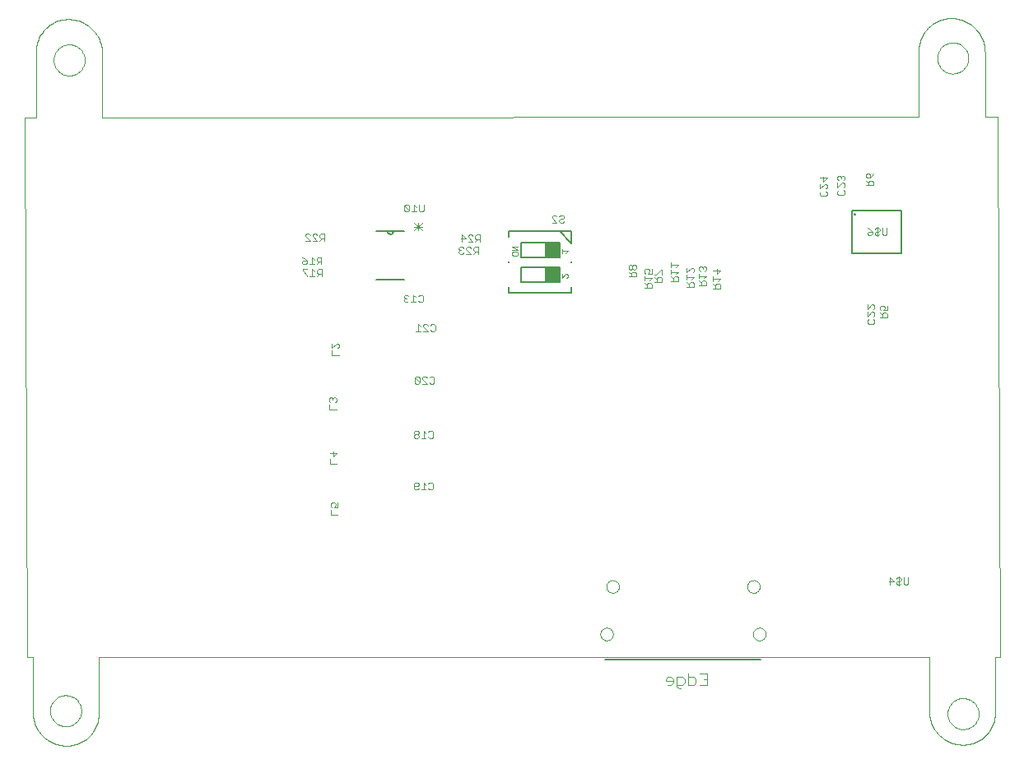
<source format=gbo>
G75*
G70*
%OFA0B0*%
%FSLAX24Y24*%
%IPPOS*%
%LPD*%
%AMOC8*
5,1,8,0,0,1.08239X$1,22.5*
%
%ADD10C,0.0000*%
%ADD11C,0.0060*%
%ADD12C,0.0030*%
%ADD13C,0.0080*%
%ADD14R,0.0591X0.0591*%
%ADD15C,0.0020*%
%ADD16C,0.0050*%
%ADD17C,0.0040*%
D10*
X001853Y001821D02*
X001923Y001823D01*
X001993Y001829D01*
X002063Y001838D01*
X002132Y001851D01*
X002201Y001868D01*
X002268Y001889D01*
X002334Y001913D01*
X002398Y001941D01*
X002461Y001972D01*
X002523Y002007D01*
X002582Y002045D01*
X002639Y002086D01*
X002694Y002130D01*
X002746Y002177D01*
X002796Y002227D01*
X002843Y002279D01*
X002887Y002334D01*
X002928Y002391D01*
X002966Y002450D01*
X003001Y002512D01*
X003032Y002575D01*
X003060Y002639D01*
X003084Y002705D01*
X003105Y002772D01*
X003122Y002841D01*
X003135Y002910D01*
X003144Y002980D01*
X003150Y003050D01*
X003152Y003120D01*
X003152Y005403D01*
X036774Y005403D01*
X036774Y003238D01*
X036776Y003166D01*
X036782Y003094D01*
X036791Y003022D01*
X036804Y002951D01*
X036821Y002881D01*
X036841Y002812D01*
X036866Y002744D01*
X036893Y002678D01*
X036924Y002612D01*
X036959Y002549D01*
X036996Y002487D01*
X037037Y002428D01*
X037081Y002371D01*
X037128Y002316D01*
X037178Y002264D01*
X037230Y002214D01*
X037285Y002167D01*
X037342Y002123D01*
X037401Y002082D01*
X037463Y002045D01*
X037526Y002010D01*
X037592Y001979D01*
X037658Y001952D01*
X037726Y001927D01*
X037795Y001907D01*
X037865Y001890D01*
X037936Y001877D01*
X038008Y001868D01*
X038080Y001862D01*
X038152Y001860D01*
X037522Y003120D02*
X037524Y003170D01*
X037530Y003220D01*
X037540Y003269D01*
X037554Y003317D01*
X037571Y003364D01*
X037592Y003409D01*
X037617Y003453D01*
X037645Y003494D01*
X037677Y003533D01*
X037711Y003570D01*
X037748Y003604D01*
X037788Y003634D01*
X037830Y003661D01*
X037874Y003685D01*
X037920Y003706D01*
X037967Y003722D01*
X038015Y003735D01*
X038065Y003744D01*
X038114Y003749D01*
X038165Y003750D01*
X038215Y003747D01*
X038264Y003740D01*
X038313Y003729D01*
X038361Y003714D01*
X038407Y003696D01*
X038452Y003674D01*
X038495Y003648D01*
X038536Y003619D01*
X038575Y003587D01*
X038611Y003552D01*
X038643Y003514D01*
X038673Y003474D01*
X038700Y003431D01*
X038723Y003387D01*
X038742Y003341D01*
X038758Y003293D01*
X038770Y003244D01*
X038778Y003195D01*
X038782Y003145D01*
X038782Y003095D01*
X038778Y003045D01*
X038770Y002996D01*
X038758Y002947D01*
X038742Y002899D01*
X038723Y002853D01*
X038700Y002809D01*
X038673Y002766D01*
X038643Y002726D01*
X038611Y002688D01*
X038575Y002653D01*
X038536Y002621D01*
X038495Y002592D01*
X038452Y002566D01*
X038407Y002544D01*
X038361Y002526D01*
X038313Y002511D01*
X038264Y002500D01*
X038215Y002493D01*
X038165Y002490D01*
X038114Y002491D01*
X038065Y002496D01*
X038015Y002505D01*
X037967Y002518D01*
X037920Y002534D01*
X037874Y002555D01*
X037830Y002579D01*
X037788Y002606D01*
X037748Y002636D01*
X037711Y002670D01*
X037677Y002707D01*
X037645Y002746D01*
X037617Y002787D01*
X037592Y002831D01*
X037571Y002876D01*
X037554Y002923D01*
X037540Y002971D01*
X037530Y003020D01*
X037524Y003070D01*
X037522Y003120D01*
X038152Y001860D02*
X038222Y001862D01*
X038292Y001868D01*
X038362Y001877D01*
X038431Y001890D01*
X038500Y001907D01*
X038567Y001928D01*
X038633Y001952D01*
X038697Y001980D01*
X038760Y002011D01*
X038822Y002046D01*
X038881Y002084D01*
X038938Y002125D01*
X038993Y002169D01*
X039045Y002216D01*
X039095Y002266D01*
X039142Y002318D01*
X039186Y002373D01*
X039227Y002430D01*
X039265Y002489D01*
X039300Y002551D01*
X039331Y002614D01*
X039359Y002678D01*
X039383Y002744D01*
X039404Y002811D01*
X039421Y002880D01*
X039434Y002949D01*
X039443Y003019D01*
X039449Y003089D01*
X039451Y003159D01*
X039452Y003159D02*
X039452Y005403D01*
X039649Y005403D01*
X039550Y027332D01*
X039038Y027332D01*
X039038Y029931D01*
X037109Y029694D02*
X037111Y029744D01*
X037117Y029794D01*
X037127Y029843D01*
X037141Y029891D01*
X037158Y029938D01*
X037179Y029983D01*
X037204Y030027D01*
X037232Y030068D01*
X037264Y030107D01*
X037298Y030144D01*
X037335Y030178D01*
X037375Y030208D01*
X037417Y030235D01*
X037461Y030259D01*
X037507Y030280D01*
X037554Y030296D01*
X037602Y030309D01*
X037652Y030318D01*
X037701Y030323D01*
X037752Y030324D01*
X037802Y030321D01*
X037851Y030314D01*
X037900Y030303D01*
X037948Y030288D01*
X037994Y030270D01*
X038039Y030248D01*
X038082Y030222D01*
X038123Y030193D01*
X038162Y030161D01*
X038198Y030126D01*
X038230Y030088D01*
X038260Y030048D01*
X038287Y030005D01*
X038310Y029961D01*
X038329Y029915D01*
X038345Y029867D01*
X038357Y029818D01*
X038365Y029769D01*
X038369Y029719D01*
X038369Y029669D01*
X038365Y029619D01*
X038357Y029570D01*
X038345Y029521D01*
X038329Y029473D01*
X038310Y029427D01*
X038287Y029383D01*
X038260Y029340D01*
X038230Y029300D01*
X038198Y029262D01*
X038162Y029227D01*
X038123Y029195D01*
X038082Y029166D01*
X038039Y029140D01*
X037994Y029118D01*
X037948Y029100D01*
X037900Y029085D01*
X037851Y029074D01*
X037802Y029067D01*
X037752Y029064D01*
X037701Y029065D01*
X037652Y029070D01*
X037602Y029079D01*
X037554Y029092D01*
X037507Y029108D01*
X037461Y029129D01*
X037417Y029153D01*
X037375Y029180D01*
X037335Y029210D01*
X037298Y029244D01*
X037264Y029281D01*
X037232Y029320D01*
X037204Y029361D01*
X037179Y029405D01*
X037158Y029450D01*
X037141Y029497D01*
X037127Y029545D01*
X037117Y029594D01*
X037111Y029644D01*
X037109Y029694D01*
X036361Y030009D02*
X036361Y027332D01*
X003290Y027293D01*
X003290Y029891D01*
X001322Y029616D02*
X001324Y029666D01*
X001330Y029716D01*
X001340Y029765D01*
X001354Y029813D01*
X001371Y029860D01*
X001392Y029905D01*
X001417Y029949D01*
X001445Y029990D01*
X001477Y030029D01*
X001511Y030066D01*
X001548Y030100D01*
X001588Y030130D01*
X001630Y030157D01*
X001674Y030181D01*
X001720Y030202D01*
X001767Y030218D01*
X001815Y030231D01*
X001865Y030240D01*
X001914Y030245D01*
X001965Y030246D01*
X002015Y030243D01*
X002064Y030236D01*
X002113Y030225D01*
X002161Y030210D01*
X002207Y030192D01*
X002252Y030170D01*
X002295Y030144D01*
X002336Y030115D01*
X002375Y030083D01*
X002411Y030048D01*
X002443Y030010D01*
X002473Y029970D01*
X002500Y029927D01*
X002523Y029883D01*
X002542Y029837D01*
X002558Y029789D01*
X002570Y029740D01*
X002578Y029691D01*
X002582Y029641D01*
X002582Y029591D01*
X002578Y029541D01*
X002570Y029492D01*
X002558Y029443D01*
X002542Y029395D01*
X002523Y029349D01*
X002500Y029305D01*
X002473Y029262D01*
X002443Y029222D01*
X002411Y029184D01*
X002375Y029149D01*
X002336Y029117D01*
X002295Y029088D01*
X002252Y029062D01*
X002207Y029040D01*
X002161Y029022D01*
X002113Y029007D01*
X002064Y028996D01*
X002015Y028989D01*
X001965Y028986D01*
X001914Y028987D01*
X001865Y028992D01*
X001815Y029001D01*
X001767Y029014D01*
X001720Y029030D01*
X001674Y029051D01*
X001630Y029075D01*
X001588Y029102D01*
X001548Y029132D01*
X001511Y029166D01*
X001477Y029203D01*
X001445Y029242D01*
X001417Y029283D01*
X001392Y029327D01*
X001371Y029372D01*
X001354Y029419D01*
X001340Y029467D01*
X001330Y029516D01*
X001324Y029566D01*
X001322Y029616D01*
X001912Y031269D02*
X001984Y031267D01*
X002056Y031261D01*
X002128Y031252D01*
X002199Y031239D01*
X002269Y031222D01*
X002338Y031202D01*
X002406Y031177D01*
X002472Y031150D01*
X002538Y031119D01*
X002601Y031084D01*
X002663Y031047D01*
X002722Y031006D01*
X002779Y030962D01*
X002834Y030915D01*
X002886Y030865D01*
X002936Y030813D01*
X002983Y030758D01*
X003027Y030701D01*
X003068Y030642D01*
X003105Y030580D01*
X003140Y030517D01*
X003171Y030451D01*
X003198Y030385D01*
X003223Y030317D01*
X003243Y030248D01*
X003260Y030178D01*
X003273Y030107D01*
X003282Y030035D01*
X003288Y029963D01*
X003290Y029891D01*
X001912Y031269D02*
X001842Y031267D01*
X001772Y031261D01*
X001702Y031252D01*
X001633Y031239D01*
X001564Y031222D01*
X001497Y031201D01*
X001431Y031177D01*
X001367Y031149D01*
X001304Y031118D01*
X001242Y031083D01*
X001183Y031045D01*
X001126Y031004D01*
X001071Y030960D01*
X001019Y030913D01*
X000969Y030863D01*
X000922Y030811D01*
X000878Y030756D01*
X000837Y030699D01*
X000799Y030640D01*
X000764Y030578D01*
X000733Y030515D01*
X000705Y030451D01*
X000681Y030385D01*
X000660Y030318D01*
X000643Y030249D01*
X000630Y030180D01*
X000621Y030110D01*
X000615Y030040D01*
X000613Y029970D01*
X000613Y027293D01*
X000141Y027293D01*
X000239Y005403D01*
X000475Y005403D01*
X000475Y003198D01*
X001184Y003238D02*
X001186Y003288D01*
X001192Y003338D01*
X001202Y003387D01*
X001216Y003435D01*
X001233Y003482D01*
X001254Y003527D01*
X001279Y003571D01*
X001307Y003612D01*
X001339Y003651D01*
X001373Y003688D01*
X001410Y003722D01*
X001450Y003752D01*
X001492Y003779D01*
X001536Y003803D01*
X001582Y003824D01*
X001629Y003840D01*
X001677Y003853D01*
X001727Y003862D01*
X001776Y003867D01*
X001827Y003868D01*
X001877Y003865D01*
X001926Y003858D01*
X001975Y003847D01*
X002023Y003832D01*
X002069Y003814D01*
X002114Y003792D01*
X002157Y003766D01*
X002198Y003737D01*
X002237Y003705D01*
X002273Y003670D01*
X002305Y003632D01*
X002335Y003592D01*
X002362Y003549D01*
X002385Y003505D01*
X002404Y003459D01*
X002420Y003411D01*
X002432Y003362D01*
X002440Y003313D01*
X002444Y003263D01*
X002444Y003213D01*
X002440Y003163D01*
X002432Y003114D01*
X002420Y003065D01*
X002404Y003017D01*
X002385Y002971D01*
X002362Y002927D01*
X002335Y002884D01*
X002305Y002844D01*
X002273Y002806D01*
X002237Y002771D01*
X002198Y002739D01*
X002157Y002710D01*
X002114Y002684D01*
X002069Y002662D01*
X002023Y002644D01*
X001975Y002629D01*
X001926Y002618D01*
X001877Y002611D01*
X001827Y002608D01*
X001776Y002609D01*
X001727Y002614D01*
X001677Y002623D01*
X001629Y002636D01*
X001582Y002652D01*
X001536Y002673D01*
X001492Y002697D01*
X001450Y002724D01*
X001410Y002754D01*
X001373Y002788D01*
X001339Y002825D01*
X001307Y002864D01*
X001279Y002905D01*
X001254Y002949D01*
X001233Y002994D01*
X001216Y003041D01*
X001202Y003089D01*
X001192Y003138D01*
X001186Y003188D01*
X001184Y003238D01*
X000475Y003198D02*
X000477Y003126D01*
X000483Y003054D01*
X000492Y002982D01*
X000505Y002911D01*
X000522Y002841D01*
X000542Y002772D01*
X000567Y002704D01*
X000594Y002638D01*
X000625Y002572D01*
X000660Y002509D01*
X000697Y002447D01*
X000738Y002388D01*
X000782Y002331D01*
X000829Y002276D01*
X000879Y002224D01*
X000931Y002174D01*
X000986Y002127D01*
X001043Y002083D01*
X001102Y002042D01*
X001164Y002005D01*
X001227Y001970D01*
X001293Y001939D01*
X001359Y001912D01*
X001427Y001887D01*
X001496Y001867D01*
X001566Y001850D01*
X001637Y001837D01*
X001709Y001828D01*
X001781Y001822D01*
X001853Y001820D01*
X023467Y006348D02*
X023469Y006379D01*
X023475Y006410D01*
X023484Y006440D01*
X023497Y006469D01*
X023514Y006496D01*
X023534Y006520D01*
X023556Y006542D01*
X023582Y006561D01*
X023609Y006577D01*
X023638Y006589D01*
X023668Y006598D01*
X023699Y006603D01*
X023731Y006604D01*
X023762Y006601D01*
X023793Y006594D01*
X023823Y006584D01*
X023851Y006570D01*
X023877Y006552D01*
X023901Y006532D01*
X023922Y006508D01*
X023941Y006483D01*
X023956Y006455D01*
X023967Y006426D01*
X023975Y006395D01*
X023979Y006364D01*
X023979Y006332D01*
X023975Y006301D01*
X023967Y006270D01*
X023956Y006241D01*
X023941Y006213D01*
X023922Y006188D01*
X023901Y006164D01*
X023877Y006144D01*
X023851Y006126D01*
X023823Y006112D01*
X023793Y006102D01*
X023762Y006095D01*
X023731Y006092D01*
X023699Y006093D01*
X023668Y006098D01*
X023638Y006107D01*
X023609Y006119D01*
X023582Y006135D01*
X023556Y006154D01*
X023534Y006176D01*
X023514Y006200D01*
X023497Y006227D01*
X023484Y006256D01*
X023475Y006286D01*
X023469Y006317D01*
X023467Y006348D01*
X023704Y008277D02*
X023706Y008308D01*
X023712Y008339D01*
X023721Y008369D01*
X023734Y008398D01*
X023751Y008425D01*
X023771Y008449D01*
X023793Y008471D01*
X023819Y008490D01*
X023846Y008506D01*
X023875Y008518D01*
X023905Y008527D01*
X023936Y008532D01*
X023968Y008533D01*
X023999Y008530D01*
X024030Y008523D01*
X024060Y008513D01*
X024088Y008499D01*
X024114Y008481D01*
X024138Y008461D01*
X024159Y008437D01*
X024178Y008412D01*
X024193Y008384D01*
X024204Y008355D01*
X024212Y008324D01*
X024216Y008293D01*
X024216Y008261D01*
X024212Y008230D01*
X024204Y008199D01*
X024193Y008170D01*
X024178Y008142D01*
X024159Y008117D01*
X024138Y008093D01*
X024114Y008073D01*
X024088Y008055D01*
X024060Y008041D01*
X024030Y008031D01*
X023999Y008024D01*
X023968Y008021D01*
X023936Y008022D01*
X023905Y008027D01*
X023875Y008036D01*
X023846Y008048D01*
X023819Y008064D01*
X023793Y008083D01*
X023771Y008105D01*
X023751Y008129D01*
X023734Y008156D01*
X023721Y008185D01*
X023712Y008215D01*
X023706Y008246D01*
X023704Y008277D01*
X029412Y008277D02*
X029414Y008308D01*
X029420Y008339D01*
X029429Y008369D01*
X029442Y008398D01*
X029459Y008425D01*
X029479Y008449D01*
X029501Y008471D01*
X029527Y008490D01*
X029554Y008506D01*
X029583Y008518D01*
X029613Y008527D01*
X029644Y008532D01*
X029676Y008533D01*
X029707Y008530D01*
X029738Y008523D01*
X029768Y008513D01*
X029796Y008499D01*
X029822Y008481D01*
X029846Y008461D01*
X029867Y008437D01*
X029886Y008412D01*
X029901Y008384D01*
X029912Y008355D01*
X029920Y008324D01*
X029924Y008293D01*
X029924Y008261D01*
X029920Y008230D01*
X029912Y008199D01*
X029901Y008170D01*
X029886Y008142D01*
X029867Y008117D01*
X029846Y008093D01*
X029822Y008073D01*
X029796Y008055D01*
X029768Y008041D01*
X029738Y008031D01*
X029707Y008024D01*
X029676Y008021D01*
X029644Y008022D01*
X029613Y008027D01*
X029583Y008036D01*
X029554Y008048D01*
X029527Y008064D01*
X029501Y008083D01*
X029479Y008105D01*
X029459Y008129D01*
X029442Y008156D01*
X029429Y008185D01*
X029420Y008215D01*
X029414Y008246D01*
X029412Y008277D01*
X029648Y006348D02*
X029650Y006379D01*
X029656Y006410D01*
X029665Y006440D01*
X029678Y006469D01*
X029695Y006496D01*
X029715Y006520D01*
X029737Y006542D01*
X029763Y006561D01*
X029790Y006577D01*
X029819Y006589D01*
X029849Y006598D01*
X029880Y006603D01*
X029912Y006604D01*
X029943Y006601D01*
X029974Y006594D01*
X030004Y006584D01*
X030032Y006570D01*
X030058Y006552D01*
X030082Y006532D01*
X030103Y006508D01*
X030122Y006483D01*
X030137Y006455D01*
X030148Y006426D01*
X030156Y006395D01*
X030160Y006364D01*
X030160Y006332D01*
X030156Y006301D01*
X030148Y006270D01*
X030137Y006241D01*
X030122Y006213D01*
X030103Y006188D01*
X030082Y006164D01*
X030058Y006144D01*
X030032Y006126D01*
X030004Y006112D01*
X029974Y006102D01*
X029943Y006095D01*
X029912Y006092D01*
X029880Y006093D01*
X029849Y006098D01*
X029819Y006107D01*
X029790Y006119D01*
X029763Y006135D01*
X029737Y006154D01*
X029715Y006176D01*
X029695Y006200D01*
X029678Y006227D01*
X029665Y006256D01*
X029656Y006286D01*
X029650Y006317D01*
X029648Y006348D01*
X039038Y029931D02*
X039036Y030003D01*
X039030Y030075D01*
X039021Y030147D01*
X039008Y030218D01*
X038991Y030288D01*
X038971Y030357D01*
X038946Y030425D01*
X038919Y030491D01*
X038888Y030557D01*
X038853Y030620D01*
X038816Y030682D01*
X038775Y030741D01*
X038731Y030798D01*
X038684Y030853D01*
X038634Y030905D01*
X038582Y030955D01*
X038527Y031002D01*
X038470Y031046D01*
X038411Y031087D01*
X038349Y031124D01*
X038286Y031159D01*
X038220Y031190D01*
X038154Y031217D01*
X038086Y031242D01*
X038017Y031262D01*
X037947Y031279D01*
X037876Y031292D01*
X037804Y031301D01*
X037732Y031307D01*
X037660Y031309D01*
X037660Y031308D02*
X037590Y031306D01*
X037520Y031300D01*
X037450Y031291D01*
X037381Y031278D01*
X037312Y031261D01*
X037245Y031240D01*
X037179Y031216D01*
X037115Y031188D01*
X037052Y031157D01*
X036990Y031122D01*
X036931Y031084D01*
X036874Y031043D01*
X036819Y030999D01*
X036767Y030952D01*
X036717Y030902D01*
X036670Y030850D01*
X036626Y030795D01*
X036585Y030738D01*
X036547Y030679D01*
X036512Y030617D01*
X036481Y030554D01*
X036453Y030490D01*
X036429Y030424D01*
X036408Y030357D01*
X036391Y030288D01*
X036378Y030219D01*
X036369Y030149D01*
X036363Y030079D01*
X036361Y030009D01*
D11*
X015523Y022682D02*
X015083Y022682D01*
X014843Y022682D01*
X014403Y022682D01*
X014843Y022682D02*
X014845Y022661D01*
X014850Y022641D01*
X014859Y022622D01*
X014871Y022605D01*
X014886Y022590D01*
X014903Y022578D01*
X014922Y022569D01*
X014942Y022564D01*
X014963Y022562D01*
X014984Y022564D01*
X015004Y022569D01*
X015023Y022578D01*
X015040Y022590D01*
X015055Y022605D01*
X015067Y022622D01*
X015076Y022641D01*
X015081Y022661D01*
X015083Y022682D01*
X015081Y022661D01*
X015076Y022641D01*
X015067Y022622D01*
X015055Y022605D01*
X015040Y022590D01*
X015023Y022578D01*
X015004Y022569D01*
X014984Y022564D01*
X014963Y022562D01*
X014942Y022564D01*
X014922Y022569D01*
X014903Y022578D01*
X014886Y022590D01*
X014871Y022605D01*
X014859Y022622D01*
X014850Y022641D01*
X014845Y022661D01*
X014843Y022682D01*
X014403Y020722D02*
X015523Y020722D01*
D12*
X015557Y020099D02*
X015508Y020051D01*
X015508Y020002D01*
X015557Y019954D01*
X015508Y019906D01*
X015508Y019857D01*
X015557Y019809D01*
X015653Y019809D01*
X015702Y019857D01*
X015803Y019809D02*
X015996Y019809D01*
X015900Y019809D02*
X015900Y020099D01*
X015996Y020002D01*
X016098Y020051D02*
X016146Y020099D01*
X016243Y020099D01*
X016291Y020051D01*
X016291Y019857D01*
X016243Y019809D01*
X016146Y019809D01*
X016098Y019857D01*
X015702Y020051D02*
X015653Y020099D01*
X015557Y020099D01*
X015557Y019954D02*
X015605Y019954D01*
X016089Y018913D02*
X016089Y018623D01*
X016186Y018623D02*
X015992Y018623D01*
X016186Y018816D02*
X016089Y018913D01*
X016287Y018865D02*
X016335Y018913D01*
X016432Y018913D01*
X016481Y018865D01*
X016582Y018865D02*
X016630Y018913D01*
X016727Y018913D01*
X016775Y018865D01*
X016775Y018671D01*
X016727Y018623D01*
X016630Y018623D01*
X016582Y018671D01*
X016481Y018623D02*
X016287Y018816D01*
X016287Y018865D01*
X016287Y018623D02*
X016481Y018623D01*
X016393Y016787D02*
X016296Y016787D01*
X016248Y016739D01*
X016248Y016690D01*
X016441Y016497D01*
X016248Y016497D01*
X016147Y016545D02*
X015953Y016739D01*
X015953Y016545D01*
X016001Y016497D01*
X016098Y016497D01*
X016147Y016545D01*
X016147Y016739D01*
X016098Y016787D01*
X016001Y016787D01*
X015953Y016739D01*
X016393Y016787D02*
X016441Y016739D01*
X016542Y016739D02*
X016591Y016787D01*
X016688Y016787D01*
X016736Y016739D01*
X016736Y016545D01*
X016688Y016497D01*
X016591Y016497D01*
X016542Y016545D01*
X016551Y014582D02*
X016648Y014582D01*
X016696Y014534D01*
X016696Y014341D01*
X016648Y014292D01*
X016551Y014292D01*
X016503Y014341D01*
X016402Y014292D02*
X016208Y014292D01*
X016305Y014292D02*
X016305Y014582D01*
X016402Y014486D01*
X016503Y014534D02*
X016551Y014582D01*
X016107Y014534D02*
X016107Y014486D01*
X016059Y014437D01*
X015962Y014437D01*
X015914Y014389D01*
X015914Y014341D01*
X015962Y014292D01*
X016059Y014292D01*
X016107Y014341D01*
X016107Y014389D01*
X016059Y014437D01*
X015962Y014437D02*
X015914Y014486D01*
X015914Y014534D01*
X015962Y014582D01*
X016059Y014582D01*
X016107Y014534D01*
X016059Y012496D02*
X015962Y012496D01*
X015914Y012447D01*
X015914Y012254D01*
X015962Y012206D01*
X016059Y012206D01*
X016107Y012254D01*
X016059Y012351D02*
X015914Y012351D01*
X016059Y012351D02*
X016107Y012399D01*
X016107Y012447D01*
X016059Y012496D01*
X016305Y012496D02*
X016305Y012206D01*
X016402Y012206D02*
X016208Y012206D01*
X016402Y012399D02*
X016305Y012496D01*
X016503Y012447D02*
X016551Y012496D01*
X016648Y012496D01*
X016696Y012447D01*
X016696Y012254D01*
X016648Y012206D01*
X016551Y012206D01*
X016503Y012254D01*
X012836Y011672D02*
X012836Y011479D01*
X012691Y011479D01*
X012739Y011575D01*
X012739Y011624D01*
X012691Y011672D01*
X012594Y011672D01*
X012545Y011624D01*
X012545Y011527D01*
X012594Y011479D01*
X012545Y011377D02*
X012545Y011184D01*
X012836Y011184D01*
X012796Y013251D02*
X012506Y013251D01*
X012506Y013444D01*
X012651Y013545D02*
X012651Y013739D01*
X012506Y013691D02*
X012796Y013691D01*
X012651Y013545D01*
X012777Y015456D02*
X012486Y015456D01*
X012486Y015649D01*
X012535Y015750D02*
X012486Y015799D01*
X012486Y015895D01*
X012535Y015944D01*
X012583Y015944D01*
X012631Y015895D01*
X012631Y015847D01*
X012631Y015895D02*
X012680Y015944D01*
X012728Y015944D01*
X012777Y015895D01*
X012777Y015799D01*
X012728Y015750D01*
X012585Y017641D02*
X012585Y017834D01*
X012585Y017935D02*
X012778Y018129D01*
X012827Y018129D01*
X012875Y018080D01*
X012875Y017984D01*
X012827Y017935D01*
X012585Y017935D02*
X012585Y018129D01*
X012585Y017641D02*
X012875Y017641D01*
X012187Y020845D02*
X012187Y021136D01*
X012042Y021136D01*
X011993Y021087D01*
X011993Y020990D01*
X012042Y020942D01*
X012187Y020942D01*
X012090Y020942D02*
X011993Y020845D01*
X011892Y020845D02*
X011699Y020845D01*
X011795Y020845D02*
X011795Y021136D01*
X011892Y021039D01*
X011872Y021337D02*
X011679Y021337D01*
X011776Y021337D02*
X011776Y021628D01*
X011872Y021531D01*
X011974Y021579D02*
X011974Y021483D01*
X012022Y021434D01*
X012167Y021434D01*
X012167Y021337D02*
X012167Y021628D01*
X012022Y021628D01*
X011974Y021579D01*
X012070Y021434D02*
X011974Y021337D01*
X011578Y021386D02*
X011529Y021337D01*
X011433Y021337D01*
X011384Y021386D01*
X011384Y021434D01*
X011433Y021483D01*
X011578Y021483D01*
X011578Y021386D01*
X011578Y021483D02*
X011481Y021579D01*
X011384Y021628D01*
X011404Y021136D02*
X011404Y021087D01*
X011597Y020894D01*
X011597Y020845D01*
X011597Y021136D02*
X011404Y021136D01*
X011512Y022289D02*
X011706Y022289D01*
X011512Y022483D01*
X011512Y022531D01*
X011561Y022579D01*
X011657Y022579D01*
X011706Y022531D01*
X011807Y022531D02*
X011855Y022579D01*
X011952Y022579D01*
X012000Y022531D01*
X012102Y022531D02*
X012102Y022434D01*
X012150Y022386D01*
X012295Y022386D01*
X012198Y022386D02*
X012102Y022289D01*
X012000Y022289D02*
X011807Y022483D01*
X011807Y022531D01*
X011807Y022289D02*
X012000Y022289D01*
X012102Y022531D02*
X012150Y022579D01*
X012295Y022579D01*
X012295Y022289D01*
X015526Y023516D02*
X015574Y023467D01*
X015671Y023467D01*
X015719Y023516D01*
X015526Y023709D01*
X015526Y023516D01*
X015719Y023516D02*
X015719Y023709D01*
X015671Y023758D01*
X015574Y023758D01*
X015526Y023709D01*
X015820Y023467D02*
X016014Y023467D01*
X015917Y023467D02*
X015917Y023758D01*
X016014Y023661D01*
X016115Y023758D02*
X016115Y023516D01*
X016163Y023467D01*
X016260Y023467D01*
X016308Y023516D01*
X016308Y023758D01*
X016248Y023019D02*
X015935Y022706D01*
X016248Y023019D01*
X016092Y023019D02*
X016092Y022706D01*
X016092Y023019D01*
X015935Y023019D02*
X016248Y022706D01*
X015935Y023019D01*
X015935Y022863D02*
X016248Y022863D01*
X015935Y022863D01*
X017811Y022395D02*
X018005Y022395D01*
X017860Y022540D01*
X017860Y022250D01*
X017878Y022048D02*
X017781Y022048D01*
X017733Y021999D01*
X017733Y021951D01*
X017781Y021903D01*
X017733Y021854D01*
X017733Y021806D01*
X017781Y021758D01*
X017878Y021758D01*
X017926Y021806D01*
X018027Y021758D02*
X018221Y021758D01*
X018027Y021951D01*
X018027Y021999D01*
X018076Y022048D01*
X018172Y022048D01*
X018221Y021999D01*
X018322Y021999D02*
X018322Y021903D01*
X018370Y021854D01*
X018515Y021854D01*
X018419Y021854D02*
X018322Y021758D01*
X018515Y021758D02*
X018515Y022048D01*
X018370Y022048D01*
X018322Y021999D01*
X018300Y022250D02*
X018106Y022443D01*
X018106Y022492D01*
X018154Y022540D01*
X018251Y022540D01*
X018300Y022492D01*
X018401Y022492D02*
X018401Y022395D01*
X018449Y022346D01*
X018594Y022346D01*
X018594Y022250D02*
X018594Y022540D01*
X018449Y022540D01*
X018401Y022492D01*
X018497Y022346D02*
X018401Y022250D01*
X018300Y022250D02*
X018106Y022250D01*
X017878Y022048D02*
X017926Y021999D01*
X017829Y021903D02*
X017781Y021903D01*
X021508Y023032D02*
X021701Y023032D01*
X021508Y023226D01*
X021508Y023274D01*
X021556Y023323D01*
X021653Y023323D01*
X021701Y023274D01*
X021802Y023274D02*
X021851Y023323D01*
X021947Y023323D01*
X021996Y023274D01*
X021996Y023226D01*
X021947Y023177D01*
X021851Y023177D01*
X021802Y023129D01*
X021802Y023081D01*
X021851Y023032D01*
X021947Y023032D01*
X021996Y023081D01*
X024618Y021277D02*
X024618Y021180D01*
X024667Y021132D01*
X024715Y021132D01*
X024763Y021180D01*
X024763Y021277D01*
X024715Y021326D01*
X024667Y021326D01*
X024618Y021277D01*
X024763Y021277D02*
X024812Y021326D01*
X024860Y021326D01*
X024908Y021277D01*
X024908Y021180D01*
X024860Y021132D01*
X024812Y021132D01*
X024763Y021180D01*
X024763Y021031D02*
X024715Y020983D01*
X024715Y020837D01*
X024618Y020837D02*
X024908Y020837D01*
X024908Y020983D01*
X024860Y021031D01*
X024763Y021031D01*
X024715Y020934D02*
X024618Y021031D01*
X025255Y021012D02*
X025303Y020964D01*
X025255Y021012D02*
X025255Y021109D01*
X025303Y021158D01*
X025400Y021158D01*
X025448Y021109D01*
X025448Y021061D01*
X025400Y020964D01*
X025545Y020964D01*
X025545Y021158D01*
X025668Y020925D02*
X025717Y020925D01*
X025910Y021118D01*
X025959Y021118D01*
X025959Y020925D01*
X025910Y020824D02*
X025813Y020824D01*
X025765Y020775D01*
X025765Y020630D01*
X025668Y020630D02*
X025959Y020630D01*
X025959Y020775D01*
X025910Y020824D01*
X025765Y020727D02*
X025668Y020824D01*
X025545Y020766D02*
X025448Y020669D01*
X025400Y020568D02*
X025352Y020520D01*
X025352Y020375D01*
X025352Y020471D02*
X025255Y020568D01*
X025255Y020669D02*
X025255Y020863D01*
X025255Y020766D02*
X025545Y020766D01*
X025497Y020568D02*
X025400Y020568D01*
X025497Y020568D02*
X025545Y020520D01*
X025545Y020375D01*
X025255Y020375D01*
X026331Y020641D02*
X026621Y020641D01*
X026621Y020786D01*
X026573Y020834D01*
X026476Y020834D01*
X026428Y020786D01*
X026428Y020641D01*
X026428Y020737D02*
X026331Y020834D01*
X026331Y020935D02*
X026331Y021129D01*
X026331Y021032D02*
X026621Y021032D01*
X026524Y020935D01*
X026524Y021230D02*
X026621Y021327D01*
X026331Y021327D01*
X026331Y021423D02*
X026331Y021230D01*
X026968Y021197D02*
X026968Y021003D01*
X027161Y021197D01*
X027209Y021197D01*
X027258Y021149D01*
X027258Y021052D01*
X027209Y021003D01*
X027258Y020806D02*
X026968Y020806D01*
X026968Y020902D02*
X026968Y020709D01*
X026968Y020608D02*
X027064Y020511D01*
X027064Y020559D02*
X027064Y020414D01*
X026968Y020414D02*
X027258Y020414D01*
X027258Y020559D01*
X027209Y020608D01*
X027113Y020608D01*
X027064Y020559D01*
X027161Y020709D02*
X027258Y020806D01*
X027460Y020768D02*
X027460Y020961D01*
X027460Y020865D02*
X027750Y020865D01*
X027653Y020768D01*
X027605Y020667D02*
X027556Y020618D01*
X027556Y020473D01*
X027460Y020473D02*
X027750Y020473D01*
X027750Y020618D01*
X027701Y020667D01*
X027605Y020667D01*
X027556Y020570D02*
X027460Y020667D01*
X027508Y021062D02*
X027460Y021111D01*
X027460Y021208D01*
X027508Y021256D01*
X027556Y021256D01*
X027605Y021208D01*
X027605Y021159D01*
X027605Y021208D02*
X027653Y021256D01*
X027701Y021256D01*
X027750Y021208D01*
X027750Y021111D01*
X027701Y021062D01*
X028031Y021089D02*
X028321Y021089D01*
X028176Y020944D01*
X028176Y021138D01*
X028031Y020843D02*
X028031Y020650D01*
X028031Y020746D02*
X028321Y020746D01*
X028224Y020650D01*
X028272Y020549D02*
X028176Y020549D01*
X028127Y020500D01*
X028127Y020355D01*
X028031Y020355D02*
X028321Y020355D01*
X028321Y020500D01*
X028272Y020549D01*
X028127Y020452D02*
X028031Y020549D01*
X032354Y024154D02*
X032354Y024250D01*
X032403Y024299D01*
X032354Y024400D02*
X032354Y024593D01*
X032500Y024694D02*
X032500Y024888D01*
X032645Y024840D02*
X032500Y024694D01*
X032548Y024593D02*
X032596Y024593D01*
X032645Y024545D01*
X032645Y024448D01*
X032596Y024400D01*
X032596Y024299D02*
X032645Y024250D01*
X032645Y024154D01*
X032596Y024105D01*
X032403Y024105D01*
X032354Y024154D01*
X032354Y024400D02*
X032548Y024593D01*
X032645Y024840D02*
X032354Y024840D01*
X033063Y024879D02*
X033063Y024782D01*
X033111Y024734D01*
X033063Y024633D02*
X033063Y024439D01*
X033257Y024633D01*
X033305Y024633D01*
X033353Y024584D01*
X033353Y024488D01*
X033305Y024439D01*
X033305Y024338D02*
X033353Y024290D01*
X033353Y024193D01*
X033305Y024145D01*
X033111Y024145D01*
X033063Y024193D01*
X033063Y024290D01*
X033111Y024338D01*
X033305Y024734D02*
X033353Y024782D01*
X033353Y024879D01*
X033305Y024927D01*
X033257Y024927D01*
X033208Y024879D01*
X033160Y024927D01*
X033111Y024927D01*
X033063Y024879D01*
X033208Y024879D02*
X033208Y024831D01*
X034225Y024881D02*
X034225Y024978D01*
X034273Y025026D01*
X034321Y025026D01*
X034370Y024978D01*
X034370Y024833D01*
X034273Y024833D01*
X034225Y024881D01*
X034225Y024732D02*
X034321Y024635D01*
X034321Y024683D02*
X034321Y024538D01*
X034225Y024538D02*
X034515Y024538D01*
X034515Y024683D01*
X034466Y024732D01*
X034370Y024732D01*
X034321Y024683D01*
X034370Y024833D02*
X034466Y024930D01*
X034515Y025026D01*
X034673Y022858D02*
X034673Y022471D01*
X034625Y022519D02*
X034577Y022568D01*
X034577Y022616D01*
X034625Y022664D01*
X034722Y022664D01*
X034770Y022713D01*
X034770Y022761D01*
X034722Y022810D01*
X034625Y022810D01*
X034577Y022761D01*
X034475Y022664D02*
X034330Y022664D01*
X034282Y022616D01*
X034282Y022568D01*
X034330Y022519D01*
X034427Y022519D01*
X034475Y022568D01*
X034475Y022664D01*
X034379Y022761D01*
X034282Y022810D01*
X034625Y022519D02*
X034722Y022519D01*
X034770Y022568D01*
X034871Y022568D02*
X034871Y022810D01*
X035065Y022810D02*
X035065Y022568D01*
X035016Y022519D01*
X034920Y022519D01*
X034871Y022568D01*
X034513Y019701D02*
X034561Y019652D01*
X034561Y019556D01*
X034513Y019507D01*
X034513Y019406D02*
X034561Y019358D01*
X034561Y019261D01*
X034513Y019213D01*
X034513Y019112D02*
X034561Y019063D01*
X034561Y018966D01*
X034513Y018918D01*
X034319Y018918D01*
X034271Y018966D01*
X034271Y019063D01*
X034319Y019112D01*
X034271Y019213D02*
X034464Y019406D01*
X034513Y019406D01*
X034271Y019406D02*
X034271Y019213D01*
X034271Y019507D02*
X034464Y019701D01*
X034513Y019701D01*
X034271Y019701D02*
X034271Y019507D01*
X034782Y019516D02*
X034831Y019468D01*
X034782Y019516D02*
X034782Y019613D01*
X034831Y019661D01*
X034928Y019661D01*
X034976Y019613D01*
X034976Y019565D01*
X034928Y019468D01*
X035073Y019468D01*
X035073Y019661D01*
X035024Y019367D02*
X034928Y019367D01*
X034879Y019318D01*
X034879Y019173D01*
X034782Y019173D02*
X035073Y019173D01*
X035073Y019318D01*
X035024Y019367D01*
X034879Y019270D02*
X034782Y019367D01*
X035541Y008690D02*
X035541Y008303D01*
X035493Y008351D02*
X035445Y008400D01*
X035445Y008448D01*
X035493Y008496D01*
X035590Y008496D01*
X035638Y008545D01*
X035638Y008593D01*
X035590Y008641D01*
X035493Y008641D01*
X035445Y008593D01*
X035343Y008496D02*
X035150Y008496D01*
X035198Y008351D02*
X035198Y008641D01*
X035343Y008496D01*
X035493Y008351D02*
X035590Y008351D01*
X035638Y008400D01*
X035739Y008400D02*
X035739Y008641D01*
X035933Y008641D02*
X035933Y008400D01*
X035884Y008351D01*
X035788Y008351D01*
X035739Y008400D01*
D13*
X022296Y020187D02*
X022296Y020405D01*
X022296Y020187D02*
X019757Y020187D01*
X019757Y020405D01*
X020239Y020631D02*
X021814Y020631D01*
X021814Y021222D01*
X020239Y021222D01*
X020239Y020631D01*
X019757Y021405D02*
X019757Y021458D01*
X020239Y021631D02*
X021814Y021631D01*
X021814Y022222D01*
X020239Y022222D01*
X020239Y021631D01*
X019757Y022458D02*
X019757Y022677D01*
X022296Y022677D01*
X022296Y022185D01*
X021814Y022667D01*
X022296Y022458D02*
X022296Y022185D01*
X022296Y021458D02*
X022296Y021405D01*
D14*
X021519Y020927D03*
X021519Y021927D03*
D15*
X021919Y021941D02*
X021919Y021795D01*
X021919Y021868D02*
X022139Y021868D01*
X022065Y021795D01*
X022065Y020941D02*
X021919Y020795D01*
X021919Y020941D01*
X022065Y020941D02*
X022102Y020941D01*
X022139Y020905D01*
X022139Y020831D01*
X022102Y020795D01*
X020121Y021728D02*
X020084Y021692D01*
X019937Y021692D01*
X019901Y021728D01*
X019901Y021802D01*
X019937Y021838D01*
X020084Y021838D01*
X020121Y021802D01*
X020121Y021728D01*
X020121Y021913D02*
X019901Y022059D01*
X020121Y022059D01*
X020121Y021913D02*
X019901Y021913D01*
D16*
X033652Y021781D02*
X035645Y021781D01*
X035645Y023513D01*
X033652Y023513D01*
X033652Y021781D01*
X033762Y023376D02*
X033764Y023384D01*
X033769Y023391D01*
X033776Y023395D01*
X033784Y023396D01*
X033792Y023393D01*
X033798Y023388D01*
X033802Y023380D01*
X033802Y023372D01*
X033798Y023364D01*
X033792Y023359D01*
X033784Y023356D01*
X033776Y023357D01*
X033769Y023361D01*
X033764Y023368D01*
X033762Y023376D01*
X029963Y005324D02*
X023664Y005324D01*
D17*
X026106Y004527D02*
X026106Y004451D01*
X026413Y004451D01*
X026413Y004527D02*
X026336Y004604D01*
X026183Y004604D01*
X026106Y004527D01*
X026183Y004297D02*
X026336Y004297D01*
X026413Y004374D01*
X026413Y004527D01*
X026566Y004604D02*
X026796Y004604D01*
X026873Y004527D01*
X026873Y004374D01*
X026796Y004297D01*
X026566Y004297D01*
X026566Y004220D02*
X026566Y004604D01*
X026566Y004220D02*
X026643Y004144D01*
X026720Y004144D01*
X027027Y004297D02*
X027257Y004297D01*
X027334Y004374D01*
X027334Y004527D01*
X027257Y004604D01*
X027027Y004604D01*
X027027Y004758D02*
X027027Y004297D01*
X027487Y004297D02*
X027794Y004297D01*
X027794Y004758D01*
X027487Y004758D01*
X027640Y004527D02*
X027794Y004527D01*
M02*

</source>
